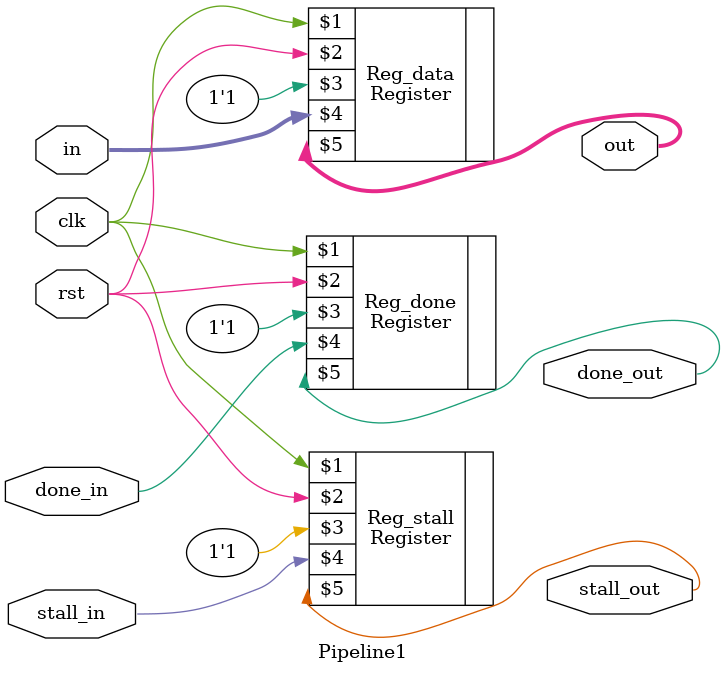
<source format=v>
module Pipeline1 #(
    parameter DATA_WIDTH = 8
) (
    input  wire clk,
    input  wire rst,
    input  wire stall_in,
    input  wire done_in,
    input  wire [DATA_WIDTH-1:0] in,
    output wire  [DATA_WIDTH-1:0] out,
    output wire  stall_out,
    output wire  done_out
);

Register #(DATA_WIDTH) Reg_data(clk, rst, 1'b1, in, out);
Register #(1) Reg_stall(clk, rst, 1'b1, stall_in, stall_out);
Register #(1) Reg_done(clk, rst, 1'b1, done_in, done_out);

endmodule
</source>
